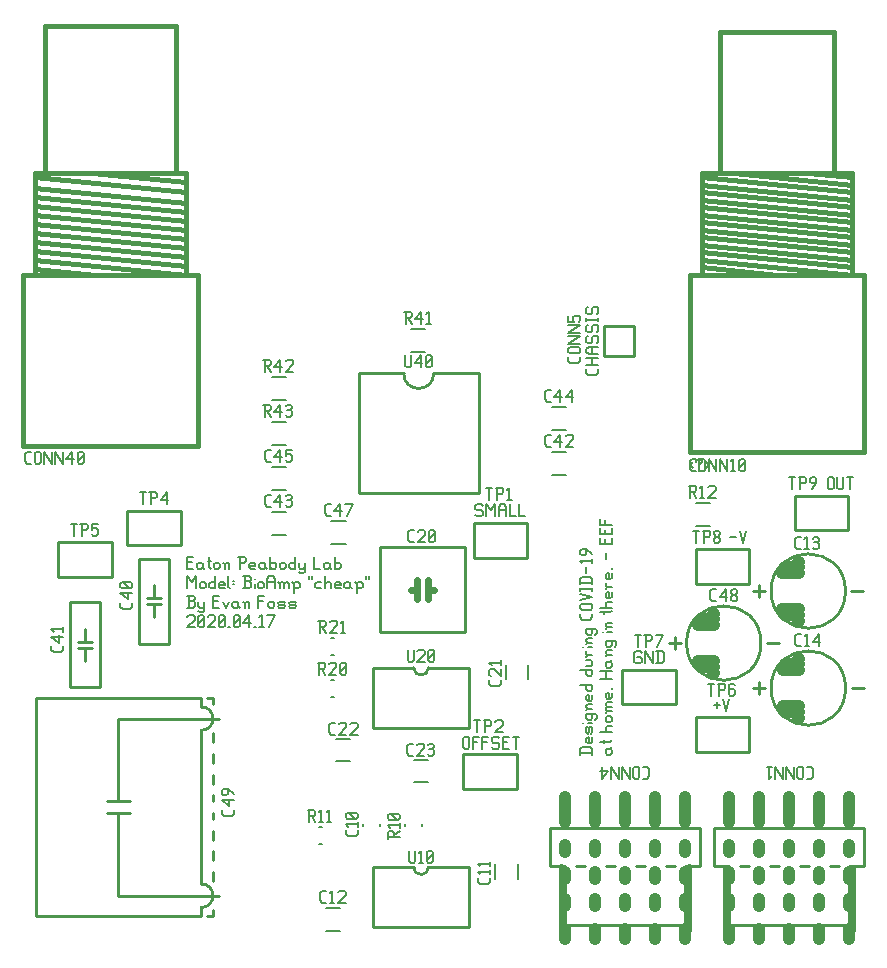
<source format=gto>
G04 start of page 2 for group 1 layer_idx 6 *
G04 Title: (unknown), top_silk *
G04 Creator: pcb-rnd 2.2.1 *
G04 CreationDate: 2020-05-28 20:16:37 UTC *
G04 For:  *
G04 Format: Gerber/RS-274X *
G04 PCB-Dimensions: 500000 500000 *
G04 PCB-Coordinate-Origin: lower left *
%MOIN*%
%FSLAX25Y25*%
%LNTOP_SILK_NONE_1*%
%ADD61C,0.0070*%
%ADD60C,0.0400*%
%ADD59C,0.0150*%
%ADD58C,0.0394*%
%ADD57C,0.0217*%
%ADD56C,0.0100*%
%ADD55C,0.0080*%
G54D55*X213638Y384240D02*X218362D01*
X213638Y376760D02*X218362D01*
G54D56*X196233Y369533D02*Y329533D01*
Y369533D02*X211233D01*
X201000Y205000D02*Y185000D01*
X233000D02*X201000D01*
X233000D02*Y205000D01*
X201000D02*X214500D01*
X219500D02*X233000D01*
G54D55*X241760Y201138D02*Y205862D01*
X245260Y267638D02*Y272362D01*
X249240Y201138D02*Y205862D01*
G54D56*X231063Y242787D02*X248976D01*
Y231173D01*
X231063D01*
Y242787D01*
G54D55*X197745Y218607D02*Y219393D01*
G54D56*X201000Y271500D02*Y251500D01*
G54D55*X214638Y240740D02*X219362D01*
X214638Y233260D02*X219362D01*
G54D56*X233000Y251500D02*X201000D01*
X233000D02*Y271500D01*
X201000D02*X214500D01*
X219500D02*X233000D01*
G54D55*X203255Y218607D02*Y219393D01*
X211745Y218607D02*Y219393D01*
X217255Y218607D02*Y219393D01*
G54D56*X203327Y311673D02*X231673D01*
Y283327D01*
X203327D01*
Y311673D01*
G54D57*X213563Y297500D02*X215531D01*
X219469D02*X221437D01*
X219469Y300650D02*Y294350D01*
X215531Y300650D02*Y294350D01*
G54D56*X236233Y329533D02*X196233D01*
X236233D02*Y369533D01*
X221233D02*X236233D01*
X234563Y319787D02*X252476D01*
Y308173D01*
X234563D01*
Y319787D01*
G54D55*X167233Y353240D02*X171957D01*
X260543Y350760D02*X265267D01*
X260543Y343240D02*X265267D01*
X260543Y335760D02*X265267D01*
X308543Y326240D02*X313267D01*
X308543Y318760D02*X313267D01*
G54D56*X284044Y270807D02*X301956D01*
Y259193D01*
X284044D01*
Y270807D01*
X299500Y279650D02*X303500D01*
G54D58*X314801Y271776D02*X311057D01*
X314801Y269807D02*X314441D01*
G54D56*X329700Y266650D02*Y262650D01*
X308524Y254957D02*X326436D01*
X332303Y279650D02*X336303D01*
X327700Y264650D02*X331700D01*
G54D58*X343001Y270556D02*X337500D01*
X343001Y272524D02*X339257D01*
X343001Y274493D02*X342641D01*
X343001Y258744D02*X337500D01*
X343001Y256776D02*X339257D01*
X343001Y254807D02*X342641D01*
G54D56*X301500Y281650D02*Y277650D01*
G54D58*X314801Y273744D02*X309300D01*
X314801Y285556D02*X309300D01*
X314801Y287524D02*X311057D01*
X314801Y289493D02*X314441D01*
X342978Y291094D02*X337478D01*
X342978Y289126D02*X339234D01*
X342978Y287157D02*X342618D01*
G54D55*X252740Y267638D02*Y272362D01*
G54D56*X341544Y328807D02*X359456D01*
X341544Y317193D02*Y328807D01*
G54D59*X306500Y343500D02*X364500D01*
G54D56*X359456Y328807D02*Y317193D01*
X360503Y264650D02*X364503D01*
X360480Y297000D02*X364480D01*
X308524Y310957D02*X326436D01*
Y299343D02*X308524D01*
Y310957D01*
X326436D02*Y299343D01*
X327677Y297000D02*X331677D01*
X329677Y299000D02*Y295000D01*
X359456Y317193D02*X341544D01*
G54D58*X342978Y302906D02*X337478D01*
X342978Y304874D02*X339234D01*
X342978Y306843D02*X342618D01*
G54D56*X326436Y254957D02*Y243343D01*
G54D60*X349674Y219930D02*Y228430D01*
X329674Y210030D02*Y212230D01*
Y219930D02*Y228430D01*
X349674Y210030D02*Y212230D01*
X359674Y219930D02*Y228430D01*
X339674Y210030D02*Y212230D01*
Y219930D02*Y228430D01*
G54D56*X364674Y217930D02*Y205430D01*
X353174D02*X356174D01*
G54D60*X359674Y210030D02*Y212230D01*
G54D56*X364674Y217930D02*X314674D01*
X333174Y205430D02*X336174D01*
X343174D02*X346174D01*
G54D60*X349674Y201030D02*Y203230D01*
X359674Y201030D02*Y203230D01*
X339674Y192030D02*Y194230D01*
Y201030D02*Y203230D01*
G54D56*X364674Y205430D02*X359674D01*
G54D60*X349674Y192030D02*Y194230D01*
G54D56*X346174Y185730D02*X359674D01*
Y205430D02*Y185730D01*
G54D60*Y192030D02*Y194230D01*
X349674Y184230D02*Y181030D01*
X339674Y184230D02*Y181030D01*
X329674Y184230D02*Y181030D01*
G54D56*X319674Y185730D02*X359674D01*
G54D60*Y184230D02*Y181030D01*
G54D59*X360924Y184030D02*Y205130D01*
G54D56*X319674Y185730D02*Y205430D01*
X323174D02*X326174D01*
G54D60*X329674Y192030D02*Y194230D01*
Y201030D02*Y203230D01*
G54D56*X326436Y243343D02*X308524D01*
Y254957D01*
X310000Y218000D02*Y205500D01*
X305000D01*
X278500D02*X281500D01*
X288500D02*X291500D01*
G54D60*X285000Y201100D02*Y203300D01*
G54D56*X298500Y205500D02*X301500D01*
G54D60*X295000Y201100D02*Y203300D01*
X305000Y201100D02*Y203300D01*
X319674Y201030D02*Y203230D01*
G54D56*X305000Y205500D02*Y185800D01*
G54D60*X295000Y192100D02*Y194300D01*
X305000Y192100D02*Y194300D01*
G54D56*X291500Y185800D02*X305000D01*
G54D60*X285000Y192100D02*Y194300D01*
X295000Y184300D02*Y181100D01*
X285000Y184300D02*Y181100D01*
X275000Y184300D02*Y181100D01*
X265000Y184300D02*Y181100D01*
G54D56*Y185800D02*X305000D01*
G54D60*Y184300D02*Y181100D01*
X319674Y192030D02*Y194230D01*
Y184230D02*Y181030D01*
G54D59*X318424Y183730D02*Y205130D01*
X306250Y184100D02*Y205200D01*
G54D56*X265000Y185800D02*Y205500D01*
X268500D02*X271500D01*
G54D60*X265000Y201100D02*Y203300D01*
X275000Y201100D02*Y203300D01*
G54D59*X263750Y183800D02*Y205200D01*
G54D60*X275000Y192100D02*Y194300D01*
X265000Y192100D02*Y194300D01*
X305000Y210100D02*Y212300D01*
G54D56*X260000Y205500D02*Y218000D01*
Y205500D02*X265000D01*
G54D60*Y210100D02*Y212300D01*
X295000Y210100D02*Y212300D01*
X285000Y210100D02*Y212300D01*
X275000Y210100D02*Y212300D01*
G54D56*X310000Y218000D02*X260000D01*
X314674Y205430D02*Y217930D01*
Y205430D02*X319674D01*
G54D60*Y210030D02*Y212230D01*
X305000Y220000D02*Y228500D01*
X319674Y219930D02*Y228430D01*
X295000Y220000D02*Y228500D01*
X285000Y220000D02*Y228500D01*
X275000Y220000D02*Y228500D01*
X265000Y220000D02*Y228500D01*
G54D55*X187107Y281255D02*X187893D01*
X187107Y275745D02*X187893D01*
X187107Y267255D02*X187893D01*
X187138Y320240D02*X191862D01*
X187138Y312760D02*X191862D01*
X188733Y247740D02*X193457D01*
X188733Y240260D02*X193457D01*
X187107Y261745D02*X187893D01*
X167233Y345760D02*X171957D01*
X167233Y338240D02*X171957D01*
X167233Y330760D02*X171957D01*
X167233Y323240D02*X171957D01*
X167233Y315760D02*X171957D01*
X183107Y218255D02*X183893D01*
X183107Y212745D02*X183893D01*
X185233Y191240D02*X189957D01*
X185233Y183760D02*X189957D01*
G54D56*X96044Y313307D02*X113956D01*
Y301693D01*
X96044D01*
Y313307D01*
X100079Y293331D02*X109921D01*
X119044Y323807D02*X136956D01*
X119044Y312193D02*Y323807D01*
X123079Y279484D02*Y307831D01*
X128000Y288343D02*Y292673D01*
X125638D02*X130362D01*
X128000Y294642D02*Y298972D01*
X125638Y294642D02*X130362D01*
X123079Y307831D02*X132921D01*
Y279484D01*
X123079D01*
G54D59*X88240Y436500D02*Y402500D01*
Y436500D02*X138740D01*
X88240Y435000D02*X138740Y430000D01*
Y433500D02*X107440Y436500D01*
X88240Y413500D02*X138740Y408500D01*
X88240Y410500D02*X138740Y405500D01*
X88240Y407500D02*X138740Y402500D01*
X88240Y404500D02*X108440Y402500D01*
X88240Y422500D02*X138740Y417500D01*
X88240Y419500D02*X138740Y414500D01*
X88240Y416500D02*X138740Y411500D01*
Y436500D02*Y402500D01*
X88240Y431500D02*X138740Y426500D01*
X88240Y428500D02*X138740Y423500D01*
X88240Y425500D02*X138740Y420500D01*
X84440Y402500D02*X142540D01*
X84440D02*Y345500D01*
X142540Y402500D02*Y345500D01*
X84440D01*
G54D55*X167233Y368240D02*X171957D01*
G54D56*X136956Y323807D02*Y312193D01*
X119044D01*
G54D59*X91690Y485500D02*Y436500D01*
Y485500D02*X135290D01*
Y436500D01*
G54D56*X100079Y264984D02*Y293331D01*
X109921D02*Y264984D01*
X105000Y273843D02*Y278173D01*
X102638D02*X107362D01*
X105000Y280142D02*Y284472D01*
X102638Y280142D02*X107362D01*
X88571Y188555D02*Y261390D01*
X109921Y264984D02*X100079D01*
X88571Y261390D02*X143689D01*
Y258437D01*
X145657Y261390D02*X147626D01*
Y259421D02*Y261390D01*
X149594Y254500D02*X116130D01*
Y226941D02*Y254500D01*
X143689Y188555D02*X88571D01*
X112193Y223004D02*X120067D01*
X112193Y226941D02*X120067D01*
X149594Y195445D02*X116130D01*
Y223004D02*Y195445D01*
X145657Y188555D02*X147626D01*
Y190524D01*
Y246626D02*Y249579D01*
Y239736D02*Y242689D01*
Y232846D02*Y235799D01*
X143689Y250563D02*Y199382D01*
X147626Y221035D02*Y223004D01*
Y226941D02*Y228909D01*
Y200366D02*Y203319D01*
X143689Y188555D02*Y191508D01*
X147626Y207256D02*Y210209D01*
Y214146D02*Y217098D01*
G54D55*X167233Y360760D02*X171957D01*
X260543Y358240D02*X265267D01*
G54D56*X278000Y375500D02*Y385500D01*
Y375500D02*X288000D01*
Y385500D02*Y375500D01*
Y385500D02*X278000D01*
X288000Y375500D02*Y385500D01*
X278000D02*X288000D01*
G54D59*X364500Y343500D02*Y402500D01*
X360500Y436400D02*Y402500D01*
X354500Y436400D02*Y483500D01*
X310500Y412500D02*X360500Y407500D01*
X310500Y415000D02*X360500Y410000D01*
X310500Y417500D02*X360500Y412500D01*
X310500Y420000D02*X360500Y415000D01*
X364500Y402500D02*X306500D01*
X310500Y407500D02*X360500Y402500D01*
X310500Y410000D02*X360500Y405000D01*
X310500D02*X335500Y402500D01*
X310500Y422500D02*X360500Y417500D01*
X310500Y425000D02*X360500Y420000D01*
X310500Y427500D02*X360500Y422500D01*
X310500Y430000D02*X360500Y425000D01*
X310500Y432500D02*X360500Y427500D01*
X310500Y435000D02*X360500Y430000D01*
X310500Y436400D02*X360500D01*
X321400D02*X360500Y432500D01*
X346000Y436400D02*X360500Y435000D01*
X306500Y402500D02*Y343500D01*
X310500Y402500D02*Y436400D01*
X354500Y483500D02*X316500D01*
Y436400D01*
G54D56*X211233Y369533D02*G75*G03X221233Y369533I5000J0D01*G01*
X214500Y271500D02*G75*G03X219500Y271500I2500J0D01*G01*
X305500Y279650D02*G75*G03X330303Y279650I12402J0D01*G01*
G75*G03X305500Y279650I-12402J0D01*G01*
X214500Y205000D02*G75*G03X219500Y205000I2500J0D01*G01*
X333700Y264650D02*G75*G03X358503Y264650I12402J0D01*G01*
G75*G03X333700Y264650I-12402J0D01*G01*
X333677Y297000D02*G75*G03X358480Y297000I12402J0D01*G01*
G75*G03X333677Y297000I-12402J0D01*G01*
X143689Y199382D02*G75*G02X143689Y191508I0J-3937D01*G01*
Y258437D02*G75*G02X143689Y250563I0J-3937D01*G01*
G54D61*X276000Y369700D02*Y371000D01*
X275300Y369000D02*X276000Y369700D01*
X272700Y369000D02*X275300D01*
X272700D02*X272000Y369700D01*
Y371000D01*
Y372200D02*X276000D01*
X272000Y374700D02*X276000D01*
X274000Y372200D02*Y374700D01*
X273000Y375900D02*X276000D01*
X273000D02*X272000Y376600D01*
Y377700D01*
X273000Y378400D01*
X276000D01*
X274000Y375900D02*Y378400D01*
X272000Y381600D02*X272500Y382100D01*
X272000Y380100D02*Y381600D01*
X272500Y379600D02*X272000Y380100D01*
X272500Y379600D02*X273500D01*
X274000Y380100D01*
Y381600D01*
X274500Y382100D01*
X275500D01*
X276000Y381600D02*X275500Y382100D01*
X276000Y380100D02*Y381600D01*
X275500Y379600D02*X276000Y380100D01*
X272000Y385300D02*X272500Y385800D01*
X272000Y383800D02*Y385300D01*
X272500Y383300D02*X272000Y383800D01*
X272500Y383300D02*X273500D01*
X274000Y383800D01*
Y385300D01*
X274500Y385800D01*
X275500D01*
X276000Y385300D02*X275500Y385800D01*
X276000Y383800D02*Y385300D01*
X275500Y383300D02*X276000Y383800D01*
X272000Y387000D02*Y388000D01*
Y387500D02*X276000D01*
Y387000D02*Y388000D01*
X272000Y391200D02*X272500Y391700D01*
X272000Y389700D02*Y391200D01*
X272500Y389200D02*X272000Y389700D01*
X272500Y389200D02*X273500D01*
X274000Y389700D01*
Y391200D01*
X274500Y391700D01*
X275500D01*
X276000Y391200D02*X275500Y391700D01*
X276000Y389700D02*Y391200D01*
X275500Y389200D02*X276000Y389700D01*
X211350Y390150D02*X213350D01*
X213850Y389650D01*
Y388650D01*
X213350Y388150D02*X213850Y388650D01*
X211850Y388150D02*X213350D01*
X211850Y390150D02*Y386150D01*
X212650Y388150D02*X213850Y386150D01*
X215050Y387650D02*X217050Y390150D01*
X215050Y387650D02*X217550D01*
X217050Y390150D02*Y386150D01*
X218750Y389350D02*X219550Y390150D01*
Y386150D01*
X218750D02*X220250D01*
X211733Y375533D02*Y372033D01*
X212233Y371533D01*
X213233D01*
X213733Y372033D01*
Y375533D02*Y372033D01*
X214933Y373033D02*X216933Y375533D01*
X214933Y373033D02*X217433D01*
X216933Y375533D02*Y371533D01*
X218633Y372033D02*X219133Y371533D01*
X218633Y375033D02*Y372033D01*
Y375033D02*X219133Y375533D01*
X220133D01*
X220633Y375033D01*
Y372033D01*
X220133Y371533D02*X220633Y372033D01*
X219133Y371533D02*X220133D01*
X218633Y372533D02*X220633Y374533D01*
X258955Y360150D02*X260255D01*
X258255Y360850D02*X258955Y360150D01*
X258255Y363450D02*Y360850D01*
Y363450D02*X258955Y364150D01*
X260255D01*
X261455Y361650D02*X263455Y364150D01*
X261455Y361650D02*X263955D01*
X263455Y364150D02*Y360150D01*
X265155Y361650D02*X267155Y364150D01*
X265155Y361650D02*X267655D01*
X267155Y364150D02*Y360150D01*
X270000Y373700D02*Y375000D01*
X269300Y373000D02*X270000Y373700D01*
X266700Y373000D02*X269300D01*
X266700D02*X266000Y373700D01*
Y375000D01*
X266500Y376200D02*X269500D01*
X266500D02*X266000Y376700D01*
Y377700D01*
X266500Y378200D01*
X269500D01*
X270000Y377700D02*X269500Y378200D01*
X270000Y376700D02*Y377700D01*
X269500Y376200D02*X270000Y376700D01*
X266000Y379400D02*X270000D01*
X266000D02*X270000Y381900D01*
X266000D02*X270000D01*
X266000Y383100D02*X270000D01*
X266000D02*X270000Y385600D01*
X266000D02*X270000D01*
X266000Y386800D02*Y388800D01*
Y386800D02*X268000D01*
X267500Y387300D01*
Y388300D01*
X268000Y388800D01*
X269500D01*
X270000Y388300D02*X269500Y388800D01*
X270000Y387300D02*Y388300D01*
X269500Y386800D02*X270000Y387300D01*
X237000Y326000D02*X237500Y325500D01*
X235500Y326000D02*X237000D01*
X235000Y325500D02*X235500Y326000D01*
X235000Y325500D02*Y324500D01*
X235500Y324000D01*
X237000D01*
X237500Y323500D01*
Y322500D01*
X237000Y322000D02*X237500Y322500D01*
X235500Y322000D02*X237000D01*
X235000Y322500D02*X235500Y322000D01*
X238700Y326000D02*Y322000D01*
Y326000D02*X240200Y324000D01*
X241700Y326000D01*
Y322000D01*
X242900Y325000D02*Y322000D01*
Y325000D02*X243600Y326000D01*
X244700D01*
X245400Y325000D01*
Y322000D01*
X242900Y324000D02*X245400D01*
X246600Y326000D02*Y322000D01*
X248600D01*
X249800Y326000D02*Y322000D01*
X251800D01*
X238776Y331492D02*X240776D01*
X239776D02*Y327492D01*
X242476Y331492D02*Y327492D01*
X241976Y331492D02*X243976D01*
X244476Y330992D01*
Y329992D01*
X243976Y329492D02*X244476Y329992D01*
X242476Y329492D02*X243976D01*
X245676Y330692D02*X246476Y331492D01*
Y327492D01*
X245676D02*X247176D01*
X258955Y345150D02*X260255D01*
X258255Y345850D02*X258955Y345150D01*
X258255Y348450D02*Y345850D01*
Y348450D02*X258955Y349150D01*
X260255D01*
X261455Y346650D02*X263455Y349150D01*
X261455Y346650D02*X263955D01*
X263455Y349150D02*Y345150D01*
X265155Y348650D02*X265655Y349150D01*
X267155D01*
X267655Y348650D01*
Y347650D01*
X265155Y345150D02*X267655Y347650D01*
X265155Y345150D02*X267655D01*
X213444Y313260D02*X214744D01*
X212744Y313960D02*X213444Y313260D01*
X212744Y316560D02*Y313960D01*
Y316560D02*X213444Y317260D01*
X214744D01*
X215944Y316760D02*X216444Y317260D01*
X217944D01*
X218444Y316760D01*
Y315760D01*
X215944Y313260D02*X218444Y315760D01*
X215944Y313260D02*X218444D01*
X219644Y313760D02*X220144Y313260D01*
X219644Y316760D02*Y313760D01*
Y316760D02*X220144Y317260D01*
X221144D01*
X221644Y316760D01*
Y313760D01*
X221144Y313260D02*X221644Y313760D01*
X220144Y313260D02*X221144D01*
X219644Y314260D02*X221644Y316260D01*
X306500Y339000D02*X307500Y340000D01*
X306500Y339000D02*X307500Y338000D01*
X309700Y339000D02*Y338500D01*
Y337500D02*Y337000D01*
X308700Y340500D02*Y340000D01*
Y340500D02*X309200Y341000D01*
X310200D01*
X310700Y340500D01*
Y340000D01*
X309700Y339000D02*X310700Y340000D01*
X311900D02*X312900Y339000D01*
X311900Y338000D02*X312900Y339000D01*
X306255Y332150D02*X308255D01*
X308755Y331650D01*
Y330650D01*
X308255Y330150D02*X308755Y330650D01*
X306755Y330150D02*X308255D01*
X306755Y332150D02*Y328150D01*
X307555Y330150D02*X308755Y328150D01*
X309955Y331350D02*X310755Y332150D01*
Y328150D01*
X309955D02*X311455D01*
X312655Y331650D02*X313155Y332150D01*
X314655D01*
X315155Y331650D01*
Y330650D01*
X312655Y328150D02*X315155Y330650D01*
X312655Y328150D02*X315155D01*
X307736Y317162D02*X309736D01*
X308736D02*Y313162D01*
X311437Y317162D02*Y313162D01*
X310937Y317162D02*X312937D01*
X313437Y316662D01*
Y315662D01*
X312937Y315162D02*X313437Y315662D01*
X311437Y315162D02*X312937D01*
X314637Y313662D02*X315137Y313162D01*
X314637Y314462D02*Y313662D01*
Y314462D02*X315337Y315162D01*
X315937D01*
X316637Y314462D01*
Y313662D01*
X316137Y313162D02*X316637Y313662D01*
X315137Y313162D02*X316137D01*
X314637Y315862D02*X315337Y315162D01*
X314637Y316662D02*Y315862D01*
Y316662D02*X315137Y317162D01*
X316137D01*
X316637Y316662D01*
Y315862D01*
X315937Y315162D02*X316637Y315862D01*
X352500Y334500D02*Y331500D01*
Y334500D02*X353000Y335000D01*
X354000D01*
X354500Y334500D01*
Y331500D01*
X354000Y331000D02*X354500Y331500D01*
X353000Y331000D02*X354000D01*
X352500Y331500D02*X353000Y331000D01*
X355700Y335000D02*Y331500D01*
X356200Y331000D01*
X357200D01*
X357700Y331500D01*
Y335000D02*Y331500D01*
X358900Y335000D02*X360900D01*
X359900D02*Y331000D01*
X320000Y315000D02*X322000D01*
X323200Y317000D02*X324200Y313000D01*
X325200Y317000D01*
X339756Y335012D02*X341756D01*
X340756D02*Y331012D01*
X343457Y335012D02*Y331012D01*
X342957Y335012D02*X344957D01*
X345457Y334512D01*
Y333512D01*
X344957Y333012D02*X345457Y333512D01*
X343457Y333012D02*X344957D01*
X347157Y331012D02*X348657Y333012D01*
Y334512D02*Y333012D01*
X348157Y335012D02*X348657Y334512D01*
X347157Y335012D02*X348157D01*
X346657Y334512D02*X347157Y335012D01*
X346657Y334512D02*Y333512D01*
X347157Y333012D01*
X348657D01*
X342310Y311000D02*X343610D01*
X341610Y311700D02*X342310Y311000D01*
X341610Y314300D02*Y311700D01*
Y314300D02*X342310Y315000D01*
X343610D01*
X344810Y314200D02*X345610Y315000D01*
Y311000D01*
X344810D02*X346310D01*
X347510Y314500D02*X348010Y315000D01*
X349010D01*
X349510Y314500D01*
X349010Y311000D02*X349510Y311500D01*
X348010Y311000D02*X349010D01*
X347510Y311500D02*X348010Y311000D01*
Y313200D02*X349010D01*
X349510Y314500D02*Y313700D01*
Y312700D02*Y311500D01*
Y312700D02*X349010Y313200D01*
X349510Y313700D02*X349010Y313200D01*
X307200Y337000D02*X308500D01*
X306500Y337700D02*X307200Y337000D01*
X306500Y340300D02*Y337700D01*
Y340300D02*X307200Y341000D01*
X308500D01*
X309700Y340500D02*Y337500D01*
Y340500D02*X310200Y341000D01*
X311200D01*
X311700Y340500D01*
Y337500D01*
X311200Y337000D02*X311700Y337500D01*
X310200Y337000D02*X311200D01*
X309700Y337500D02*X310200Y337000D01*
X312900Y341000D02*Y337000D01*
Y341000D02*X315400Y337000D01*
Y341000D02*Y337000D01*
X316600Y341000D02*Y337000D01*
Y341000D02*X319100Y337000D01*
Y341000D02*Y337000D01*
X320300Y340200D02*X321100Y341000D01*
Y337000D01*
X320300D02*X321800D01*
X323000Y337500D02*X323500Y337000D01*
X323000Y340500D02*Y337500D01*
Y340500D02*X323500Y341000D01*
X324500D01*
X325000Y340500D01*
Y337500D01*
X324500Y337000D02*X325000Y337500D01*
X323500Y337000D02*X324500D01*
X323000Y338000D02*X325000Y340000D01*
X288256Y282512D02*X290256D01*
X289256D02*Y278512D01*
X291957Y282512D02*Y278512D01*
X291457Y282512D02*X293457D01*
X293957Y282012D01*
Y281012D01*
X293457Y280512D02*X293957Y281012D01*
X291957Y280512D02*X293457D01*
X295657Y278512D02*X297657Y282512D01*
X295157D02*X297657D01*
X243778Y266149D02*Y267449D01*
X243078Y265449D02*X243778Y266149D01*
X240478Y265449D02*X243078D01*
X240478D02*X239778Y266149D01*
Y267449D01*
X240278Y268649D02*X239778Y269149D01*
Y270649D01*
X240278Y271149D01*
X241278D01*
X243778Y268649D02*X241278Y271149D01*
X243778Y268649D02*Y271149D01*
X240578Y272349D02*X239778Y273149D01*
X243778D01*
Y272349D02*Y273849D01*
X290000Y277000D02*X290500Y276500D01*
X288500Y277000D02*X290000D01*
X288000Y276500D02*X288500Y277000D01*
X288000Y276500D02*Y273500D01*
X288500Y273000D01*
X290000D01*
X290500Y273500D01*
Y274500D02*Y273500D01*
X290000Y275000D02*X290500Y274500D01*
X289000Y275000D02*X290000D01*
X291700Y277000D02*Y273000D01*
Y277000D02*X294200Y273000D01*
Y277000D02*Y273000D01*
X295900Y277000D02*Y273000D01*
X297200Y277000D02*X297900Y276300D01*
Y273700D01*
X297200Y273000D02*X297900Y273700D01*
X295400Y273000D02*X297200D01*
X295400Y277000D02*X297200D01*
X231000Y248000D02*Y245000D01*
Y248000D02*X231500Y248500D01*
X232500D01*
X233000Y248000D01*
Y245000D01*
X232500Y244500D02*X233000Y245000D01*
X231500Y244500D02*X232500D01*
X231000Y245000D02*X231500Y244500D01*
X234200Y248500D02*Y244500D01*
Y248500D02*X236200D01*
X234200Y246700D02*X235700D01*
X237400Y248500D02*Y244500D01*
Y248500D02*X239400D01*
X237400Y246700D02*X238900D01*
X242600Y248500D02*X243100Y248000D01*
X241100Y248500D02*X242600D01*
X240600Y248000D02*X241100Y248500D01*
X240600Y248000D02*Y247000D01*
X241100Y246500D01*
X242600D01*
X243100Y246000D01*
Y245000D01*
X242600Y244500D02*X243100Y245000D01*
X241100Y244500D02*X242600D01*
X240600Y245000D02*X241100Y244500D01*
X244300Y246700D02*X245800D01*
X244300Y244500D02*X246300D01*
X244300Y248500D02*Y244500D01*
Y248500D02*X246300D01*
X247500D02*X249500D01*
X248500D02*Y244500D01*
X270000Y243000D02*X274000D01*
X270000Y244300D02*X270700Y245000D01*
X273300D01*
X274000Y244300D02*X273300Y245000D01*
X274000Y242500D02*Y244300D01*
X270000Y242500D02*Y244300D01*
X274000Y246700D02*Y248200D01*
X273500Y246200D02*X274000Y246700D01*
X272500Y246200D02*X273500D01*
X272500D02*X272000Y246700D01*
Y247700D01*
X272500Y248200D01*
X273000Y246200D02*Y248200D01*
X272500D01*
X274000Y249900D02*Y251400D01*
X273500Y251900D01*
X273000Y251400D02*X273500Y251900D01*
X273000Y249900D02*Y251400D01*
X272500Y249400D02*X273000Y249900D01*
X272500Y249400D02*X272000Y249900D01*
Y251400D01*
X272500Y251900D01*
X273500Y249400D02*X274000Y249900D01*
X271000Y253100D02*X271100D01*
X272500D02*X274000D01*
X272000Y255600D02*X272500Y256100D01*
X272000Y254600D02*Y255600D01*
X272500Y254100D02*X272000Y254600D01*
X272500Y254100D02*X273500D01*
X274000Y254600D01*
Y255600D01*
X273500Y256100D01*
X275000Y254100D02*X275500Y254600D01*
Y255600D01*
X275000Y256100D01*
X272000D02*X275000D01*
X272500Y257800D02*X274000D01*
X272500D02*X272000Y258300D01*
Y258800D01*
X272500Y259300D01*
X274000D01*
X272000Y257300D02*X272500Y257800D01*
X274000Y261000D02*Y262500D01*
X273500Y260500D02*X274000Y261000D01*
X272500Y260500D02*X273500D01*
X272500D02*X272000Y261000D01*
Y262000D01*
X272500Y262500D01*
X273000Y260500D02*Y262500D01*
X272500D01*
X270000Y265700D02*X274000D01*
Y265200D02*X273500Y265700D01*
X274000Y264200D02*Y265200D01*
X273500Y263700D02*X274000Y264200D01*
X272500Y263700D02*X273500D01*
X272500D02*X272000Y264200D01*
Y265200D01*
X272500Y265700D01*
X270000Y270700D02*X274000D01*
Y270200D02*X273500Y270700D01*
X274000Y269200D02*Y270200D01*
X273500Y268700D02*X274000Y269200D01*
X272500Y268700D02*X273500D01*
X272500D02*X272000Y269200D01*
Y270200D01*
X272500Y270700D01*
X272000Y271900D02*X273500D01*
X274000Y272400D01*
Y273400D01*
X273500Y273900D01*
X272000D02*X273500D01*
X272500Y275600D02*X274000D01*
X272500D02*X272000Y276100D01*
Y277100D01*
Y275100D02*X272500Y275600D01*
X271000Y278300D02*X271100D01*
X272500D02*X274000D01*
X272500Y279800D02*X274000D01*
X272500D02*X272000Y280300D01*
Y280800D01*
X272500Y281300D01*
X274000D01*
X272000Y279300D02*X272500Y279800D01*
X272000Y284000D02*X272500Y284500D01*
X272000Y283000D02*Y284000D01*
X272500Y282500D02*X272000Y283000D01*
X272500Y282500D02*X273500D01*
X274000Y283000D01*
Y284000D01*
X273500Y284500D01*
X275000Y282500D02*X275500Y283000D01*
Y284000D01*
X275000Y284500D01*
X272000D02*X275000D01*
X274000Y288200D02*Y289500D01*
X273300Y287500D02*X274000Y288200D01*
X270700Y287500D02*X273300D01*
X270700D02*X270000Y288200D01*
Y289500D01*
X270500Y290700D02*X273500D01*
X270500D02*X270000Y291200D01*
Y292200D01*
X270500Y292700D01*
X273500D01*
X274000Y292200D02*X273500Y292700D01*
X274000Y291200D02*Y292200D01*
X273500Y290700D02*X274000Y291200D01*
X270000Y293900D02*X274000Y294900D01*
X270000Y295900D01*
Y297100D02*Y298100D01*
Y297600D02*X274000D01*
Y297100D02*Y298100D01*
X270000Y299800D02*X274000D01*
X270000Y301100D02*X270700Y301800D01*
X273300D01*
X274000Y301100D02*X273300Y301800D01*
X274000Y299300D02*Y301100D01*
X270000Y299300D02*Y301100D01*
X272000Y303000D02*Y305000D01*
X270800Y306200D02*X270000Y307000D01*
X274000D01*
Y306200D02*Y307700D01*
Y309400D02*X272000Y310900D01*
X270500D02*X272000D01*
X270000Y310400D02*X270500Y310900D01*
X270000Y309400D02*Y310400D01*
X270500Y308900D02*X270000Y309400D01*
X270500Y308900D02*X271500D01*
X272000Y309400D01*
Y310900D01*
X278500Y244000D02*X279000Y244500D01*
X278500Y243000D02*Y244000D01*
X279000Y242500D02*X278500Y243000D01*
X279000Y242500D02*X280000D01*
X280500Y243000D01*
X278500Y244500D02*X280000D01*
X280500Y245000D01*
Y243000D02*Y244000D01*
X280000Y244500D01*
X276500Y246700D02*X280000D01*
X280500Y247200D01*
X278000Y246200D02*Y247200D01*
X276500Y250000D02*X280500D01*
X279000D02*X278500Y250500D01*
Y251500D01*
X279000Y252000D01*
X280500D01*
X279000Y253200D02*X280000D01*
X279000D02*X278500Y253700D01*
Y254700D01*
X279000Y255200D01*
X280000D01*
X280500Y254700D02*X280000Y255200D01*
X280500Y253700D02*Y254700D01*
X280000Y253200D02*X280500Y253700D01*
X279000Y256900D02*X280500D01*
X279000D02*X278500Y257400D01*
Y257900D01*
X279000Y258400D01*
X280500D01*
X279000D02*X278500Y258900D01*
Y259400D01*
X279000Y259900D01*
X280500D01*
X278500Y256400D02*X279000Y256900D01*
X280500Y261600D02*Y263100D01*
X280000Y261100D02*X280500Y261600D01*
X279000Y261100D02*X280000D01*
X279000D02*X278500Y261600D01*
Y262600D01*
X279000Y263100D01*
X279500Y261100D02*Y263100D01*
X279000D01*
X280500Y264300D02*Y264800D01*
X276500Y267800D02*X280500D01*
X276500Y270300D02*X280500D01*
X278500Y267800D02*Y270300D01*
Y273000D02*X279000Y273500D01*
X278500Y272000D02*Y273000D01*
X279000Y271500D02*X278500Y272000D01*
X279000Y271500D02*X280000D01*
X280500Y272000D01*
X278500Y273500D02*X280000D01*
X280500Y274000D01*
Y272000D02*Y273000D01*
X280000Y273500D01*
X279000Y275700D02*X280500D01*
X279000D02*X278500Y276200D01*
Y276700D01*
X279000Y277200D01*
X280500D01*
X278500Y275200D02*X279000Y275700D01*
X278500Y279900D02*X279000Y280400D01*
X278500Y278900D02*Y279900D01*
X279000Y278400D02*X278500Y278900D01*
X279000Y278400D02*X280000D01*
X280500Y278900D01*
Y279900D01*
X280000Y280400D01*
X281500Y278400D02*X282000Y278900D01*
Y279900D01*
X281500Y280400D01*
X278500D02*X281500D01*
X277500Y283400D02*X277600D01*
X279000D02*X280500D01*
X279000Y284900D02*X280500D01*
X279000D02*X278500Y285400D01*
Y285900D01*
X279000Y286400D01*
X280500D01*
X278500Y284400D02*X279000Y284900D01*
X276500Y289900D02*X280000D01*
X280500Y290400D01*
X278000Y289400D02*Y290400D01*
X276500Y291400D02*X280500D01*
X279000D02*X278500Y291900D01*
Y292900D01*
X279000Y293400D01*
X280500D01*
Y295100D02*Y296600D01*
X280000Y294600D02*X280500Y295100D01*
X279000Y294600D02*X280000D01*
X279000D02*X278500Y295100D01*
Y296100D01*
X279000Y296600D01*
X279500Y294600D02*Y296600D01*
X279000D01*
Y298300D02*X280500D01*
X279000D02*X278500Y298800D01*
Y299800D01*
Y297800D02*X279000Y298300D01*
X280500Y301500D02*Y303000D01*
X280000Y301000D02*X280500Y301500D01*
X279000Y301000D02*X280000D01*
X279000D02*X278500Y301500D01*
Y302500D01*
X279000Y303000D01*
X279500Y301000D02*Y303000D01*
X279000D01*
X280500Y304200D02*Y304700D01*
X278500Y307700D02*Y309700D01*
X278300Y312700D02*Y314200D01*
X280500Y312700D02*Y314700D01*
X276500Y312700D02*X280500D01*
X276500D02*Y314700D01*
X278300Y315900D02*Y317400D01*
X280500Y315900D02*Y317900D01*
X276500Y315900D02*X280500D01*
X276500D02*Y317900D01*
Y319100D02*X280500D01*
X276500D02*Y321100D01*
X278300Y319100D02*Y320600D01*
X234776Y253992D02*X236776D01*
X235776D02*Y249992D01*
X238476Y253992D02*Y249992D01*
X237976Y253992D02*X239976D01*
X240476Y253492D01*
Y252492D01*
X239976Y251992D02*X240476Y252492D01*
X238476Y251992D02*X239976D01*
X241676Y253492D02*X242176Y253992D01*
X243676D01*
X244176Y253492D01*
Y252492D01*
X241676Y249992D02*X244176Y252492D01*
X241676Y249992D02*X244176D01*
X292300Y238500D02*X291000D01*
X293000Y237800D02*X292300Y238500D01*
X293000Y235200D02*Y237800D01*
Y235200D02*X292300Y234500D01*
X291000D01*
X289800Y235000D02*Y238000D01*
Y235000D02*X289300Y234500D01*
X288300D01*
X287800Y235000D01*
Y238000D01*
X288300Y238500D02*X287800Y238000D01*
X289300Y238500D02*X288300D01*
X289800Y238000D02*X289300Y238500D01*
X286600Y234500D02*Y238500D01*
Y234500D02*X284100Y238500D01*
Y234500D02*Y238500D01*
X282900Y234500D02*Y238500D01*
Y234500D02*X280400Y238500D01*
Y234500D02*Y238500D01*
X279200Y237000D02*X277200Y234500D01*
X279200Y237000D02*X276700D01*
X277200Y234500D02*Y238500D01*
X314500Y259000D02*X316500D01*
X315500Y260000D02*Y258000D01*
X317700Y261000D02*X318700Y257000D01*
X319700Y261000D01*
X312736Y266162D02*X314736D01*
X313736D02*Y262162D01*
X316437Y266162D02*Y262162D01*
X315937Y266162D02*X317937D01*
X318437Y265662D01*
Y264662D01*
X317937Y264162D02*X318437Y264662D01*
X316437Y264162D02*X317937D01*
X321137Y266162D02*X321637Y265662D01*
X320137Y266162D02*X321137D01*
X319637Y265662D02*X320137Y266162D01*
X319637Y265662D02*Y262662D01*
X320137Y262162D01*
X321137Y264362D02*X321637Y263862D01*
X319637Y264362D02*X321137D01*
X320137Y262162D02*X321137D01*
X321637Y262662D01*
Y263862D02*Y262662D01*
X314133Y293650D02*X315433D01*
X313433Y294350D02*X314133Y293650D01*
X313433Y296950D02*Y294350D01*
Y296950D02*X314133Y297650D01*
X315433D01*
X316633Y295150D02*X318633Y297650D01*
X316633Y295150D02*X319133D01*
X318633Y297650D02*Y293650D01*
X320333Y294150D02*X320833Y293650D01*
X320333Y294950D02*Y294150D01*
Y294950D02*X321033Y295650D01*
X321633D01*
X322333Y294950D01*
Y294150D01*
X321833Y293650D02*X322333Y294150D01*
X320833Y293650D02*X321833D01*
X320333Y296350D02*X321033Y295650D01*
X320333Y297150D02*Y296350D01*
Y297150D02*X320833Y297650D01*
X321833D01*
X322333Y297150D01*
Y296350D01*
X321633Y295650D02*X322333Y296350D01*
X346974Y238430D02*X345674D01*
X347674Y237730D02*X346974Y238430D01*
X347674Y235130D02*Y237730D01*
Y235130D02*X346974Y234430D01*
X345674D01*
X344474Y234930D02*Y237930D01*
Y234930D02*X343974Y234430D01*
X342974D01*
X342474Y234930D01*
Y237930D01*
X342974Y238430D02*X342474Y237930D01*
X343974Y238430D02*X342974D01*
X344474Y237930D02*X343974Y238430D01*
X341274Y234430D02*Y238430D01*
Y234430D02*X338774Y238430D01*
Y234430D02*Y238430D01*
X337574Y234430D02*Y238430D01*
Y234430D02*X335074Y238430D01*
Y234430D02*Y238430D01*
X333874Y235230D02*X333074Y234430D01*
Y238430D01*
X333874D02*X332374D01*
X213000Y210500D02*Y207000D01*
X213500Y206500D01*
X214500D01*
X215000Y207000D01*
Y210500D02*Y207000D01*
X216200Y209700D02*X217000Y210500D01*
Y206500D01*
X216200D02*X217700D01*
X218900Y207000D02*X219400Y206500D01*
X218900Y210000D02*Y207000D01*
Y210000D02*X219400Y210500D01*
X220400D01*
X220900Y210000D01*
Y207000D01*
X220400Y206500D02*X220900Y207000D01*
X219400Y206500D02*X220400D01*
X218900Y207500D02*X220900Y209500D01*
X213050Y242150D02*X214350D01*
X212350Y242850D02*X213050Y242150D01*
X212350Y245450D02*Y242850D01*
Y245450D02*X213050Y246150D01*
X214350D01*
X215550Y245650D02*X216050Y246150D01*
X217550D01*
X218050Y245650D01*
Y244650D01*
X215550Y242150D02*X218050Y244650D01*
X215550Y242150D02*X218050D01*
X219250Y245650D02*X219750Y246150D01*
X220750D01*
X221250Y245650D01*
X220750Y242150D02*X221250Y242650D01*
X219750Y242150D02*X220750D01*
X219250Y242650D02*X219750Y242150D01*
Y244350D02*X220750D01*
X221250Y245650D02*Y244850D01*
Y243850D02*Y242650D01*
Y243850D02*X220750Y244350D01*
X221250Y244850D02*X220750Y244350D01*
X212500Y277500D02*Y274000D01*
X213000Y273500D01*
X214000D01*
X214500Y274000D01*
Y277500D02*Y274000D01*
X215700Y277000D02*X216200Y277500D01*
X217700D01*
X218200Y277000D01*
Y276000D01*
X215700Y273500D02*X218200Y276000D01*
X215700Y273500D02*X218200D01*
X219400Y274000D02*X219900Y273500D01*
X219400Y277000D02*Y274000D01*
Y277000D02*X219900Y277500D01*
X220900D01*
X221400Y277000D01*
Y274000D01*
X220900Y273500D02*X221400Y274000D01*
X219900Y273500D02*X220900D01*
X219400Y274500D02*X221400Y276500D01*
X239850Y200050D02*Y201350D01*
X239150Y199350D02*X239850Y200050D01*
X236550Y199350D02*X239150D01*
X236550D02*X235850Y200050D01*
Y201350D01*
X236650Y202550D02*X235850Y203350D01*
X239850D01*
Y202550D02*Y204050D01*
X236650Y205250D02*X235850Y206050D01*
X239850D01*
Y205250D02*Y206750D01*
X182795Y287129D02*X184795D01*
X185295Y286629D01*
Y285629D01*
X184795Y285129D02*X185295Y285629D01*
X183295Y285129D02*X184795D01*
X183295Y287129D02*Y283129D01*
X184095Y285129D02*X185295Y283129D01*
X186495Y286629D02*X186995Y287129D01*
X188495D01*
X188995Y286629D01*
Y285629D01*
X186495Y283129D02*X188995Y285629D01*
X186495Y283129D02*X188995D01*
X190195Y286329D02*X190995Y287129D01*
Y283129D01*
X190195D02*X191695D01*
X187145Y249150D02*X188445D01*
X186445Y249850D02*X187145Y249150D01*
X186445Y252450D02*Y249850D01*
Y252450D02*X187145Y253150D01*
X188445D01*
X189645Y252650D02*X190145Y253150D01*
X191645D01*
X192145Y252650D01*
Y251650D01*
X189645Y249150D02*X192145Y251650D01*
X189645Y249150D02*X192145D01*
X193345Y252650D02*X193845Y253150D01*
X195345D01*
X195845Y252650D01*
Y251650D01*
X193345Y249150D02*X195845Y251650D01*
X193345Y249150D02*X195845D01*
X182611Y273056D02*X184611D01*
X185111Y272556D01*
Y271556D01*
X184611Y271056D02*X185111Y271556D01*
X183111Y271056D02*X184611D01*
X183111Y273056D02*Y269056D01*
X183911Y271056D02*X185111Y269056D01*
X186311Y272556D02*X186811Y273056D01*
X188311D01*
X188811Y272556D01*
Y271556D01*
X186311Y269056D02*X188811Y271556D01*
X186311Y269056D02*X188811D01*
X190011Y269556D02*X190511Y269056D01*
X190011Y272556D02*Y269556D01*
Y272556D02*X190511Y273056D01*
X191511D01*
X192011Y272556D01*
Y269556D01*
X191511Y269056D02*X192011Y269556D01*
X190511Y269056D02*X191511D01*
X190011Y270056D02*X192011Y272056D01*
X185550Y322150D02*X186850D01*
X184850Y322850D02*X185550Y322150D01*
X184850Y325450D02*Y322850D01*
Y325450D02*X185550Y326150D01*
X186850D01*
X188050Y323650D02*X190050Y326150D01*
X188050Y323650D02*X190550D01*
X190050Y326150D02*Y322150D01*
X192250D02*X194250Y326150D01*
X191750D02*X194250D01*
X195934Y215897D02*Y217197D01*
X195234Y215197D02*X195934Y215897D01*
X192634Y215197D02*X195234D01*
X192634D02*X191934Y215897D01*
Y217197D01*
X192734Y218397D02*X191934Y219197D01*
X195934D01*
Y218397D02*Y219897D01*
X195434Y221097D02*X195934Y221597D01*
X192434Y221097D02*X195434D01*
X192434D02*X191934Y221597D01*
Y222597D01*
X192434Y223097D01*
X195434D01*
X195934Y222597D02*X195434Y223097D01*
X195934Y221597D02*Y222597D01*
X194934Y221097D02*X192934Y223097D01*
X179190Y223998D02*X181190D01*
X181690Y223498D01*
Y222498D01*
X181190Y221998D02*X181690Y222498D01*
X179690Y221998D02*X181190D01*
X179690Y223998D02*Y219998D01*
X180490Y221998D02*X181690Y219998D01*
X182890Y223198D02*X183690Y223998D01*
Y219998D01*
X182890D02*X184390D01*
X185590Y223198D02*X186390Y223998D01*
Y219998D01*
X185590D02*X187090D01*
X184145Y193150D02*X185445D01*
X183445Y193850D02*X184145Y193150D01*
X183445Y196450D02*Y193850D01*
Y196450D02*X184145Y197150D01*
X185445D01*
X186645Y196350D02*X187445Y197150D01*
Y193150D01*
X186645D02*X188145D01*
X189345Y196650D02*X189845Y197150D01*
X191345D01*
X191845Y196650D01*
Y195650D01*
X189345Y193150D02*X191845Y195650D01*
X189345Y193150D02*X191845D01*
X205850Y214350D02*Y216350D01*
X206350Y216850D01*
X207350D01*
X207850Y216350D02*X207350Y216850D01*
X207850Y214850D02*Y216350D01*
X205850Y214850D02*X209850D01*
X207850Y215650D02*X209850Y216850D01*
X206650Y218050D02*X205850Y218850D01*
X209850D01*
Y218050D02*Y219550D01*
X209350Y220750D02*X209850Y221250D01*
X206350Y220750D02*X209350D01*
X206350D02*X205850Y221250D01*
Y222250D01*
X206350Y222750D01*
X209350D01*
X209850Y222250D02*X209350Y222750D01*
X209850Y221250D02*Y222250D01*
X208850Y220750D02*X206850Y222750D01*
X139000Y306700D02*X140500D01*
X139000Y304500D02*X141000D01*
X139000Y308500D02*Y304500D01*
Y308500D02*X141000D01*
X143700Y306500D02*X144200Y306000D01*
X142700Y306500D02*X143700D01*
X142200Y306000D02*X142700Y306500D01*
X142200Y306000D02*Y305000D01*
X142700Y304500D01*
X144200Y306500D02*Y305000D01*
X144700Y304500D01*
X142700D02*X143700D01*
X144200Y305000D01*
X146400Y308500D02*Y305000D01*
X146900Y304500D01*
X145900Y307000D02*X146900D01*
X147900Y306000D02*Y305000D01*
Y306000D02*X148400Y306500D01*
X149400D01*
X149900Y306000D01*
Y305000D01*
X149400Y304500D02*X149900Y305000D01*
X148400Y304500D02*X149400D01*
X147900Y305000D02*X148400Y304500D01*
X151600Y306000D02*Y304500D01*
Y306000D02*X152100Y306500D01*
X152600D01*
X153100Y306000D01*
Y304500D01*
X151100Y306500D02*X151600Y306000D01*
X156600Y308500D02*Y304500D01*
X156100Y308500D02*X158100D01*
X158600Y308000D01*
Y307000D01*
X158100Y306500D02*X158600Y307000D01*
X156600Y306500D02*X158100D01*
X160300Y304500D02*X161800D01*
X159800Y305000D02*X160300Y304500D01*
X159800Y306000D02*Y305000D01*
Y306000D02*X160300Y306500D01*
X161300D01*
X161800Y306000D01*
X159800Y305500D02*X161800D01*
Y306000D01*
X164500Y306500D02*X165000Y306000D01*
X163500Y306500D02*X164500D01*
X163000Y306000D02*X163500Y306500D01*
X163000Y306000D02*Y305000D01*
X163500Y304500D01*
X165000Y306500D02*Y305000D01*
X165500Y304500D01*
X163500D02*X164500D01*
X165000Y305000D01*
X166700Y308500D02*Y304500D01*
Y305000D02*X167200Y304500D01*
X168200D01*
X168700Y305000D01*
Y306000D02*Y305000D01*
X168200Y306500D02*X168700Y306000D01*
X167200Y306500D02*X168200D01*
X166700Y306000D02*X167200Y306500D01*
X169900Y306000D02*Y305000D01*
Y306000D02*X170400Y306500D01*
X171400D01*
X171900Y306000D01*
Y305000D01*
X171400Y304500D02*X171900Y305000D01*
X170400Y304500D02*X171400D01*
X169900Y305000D02*X170400Y304500D01*
X175100Y308500D02*Y304500D01*
X174600D02*X175100Y305000D01*
X173600Y304500D02*X174600D01*
X173100Y305000D02*X173600Y304500D01*
X173100Y306000D02*Y305000D01*
Y306000D02*X173600Y306500D01*
X174600D01*
X175100Y306000D01*
X176300Y306500D02*Y305000D01*
X176800Y304500D01*
X178300Y306500D02*Y303500D01*
X177800Y303000D02*X178300Y303500D01*
X176800Y303000D02*X177800D01*
X176300Y303500D02*X176800Y303000D01*
Y304500D02*X177800D01*
X178300Y305000D01*
X181300Y308500D02*Y304500D01*
X183300D01*
X186000Y306500D02*X186500Y306000D01*
X185000Y306500D02*X186000D01*
X184500Y306000D02*X185000Y306500D01*
X184500Y306000D02*Y305000D01*
X185000Y304500D01*
X186500Y306500D02*Y305000D01*
X187000Y304500D01*
X185000D02*X186000D01*
X186500Y305000D01*
X188200Y308500D02*Y304500D01*
Y305000D02*X188700Y304500D01*
X189700D01*
X190200Y305000D01*
Y306000D02*Y305000D01*
X189700Y306500D02*X190200Y306000D01*
X188700Y306500D02*X189700D01*
X188200Y306000D02*X188700Y306500D01*
X100256Y319512D02*X102256D01*
X101256D02*Y315512D01*
X103957Y319512D02*Y315512D01*
X103457Y319512D02*X105457D01*
X105957Y319012D01*
Y318012D01*
X105457Y317512D02*X105957Y318012D01*
X103957Y317512D02*X105457D01*
X107157Y319512D02*X109157D01*
X107157D02*Y317512D01*
X107657Y318012D01*
X108657D01*
X109157Y317512D01*
Y316012D01*
X108657Y315512D02*X109157Y316012D01*
X107657Y315512D02*X108657D01*
X107157Y316012D02*X107657Y315512D01*
X85690Y339500D02*X86990D01*
X84990Y340200D02*X85690Y339500D01*
X84990Y342800D02*Y340200D01*
Y342800D02*X85690Y343500D01*
X86990D01*
X88190Y343000D02*Y340000D01*
Y343000D02*X88690Y343500D01*
X89690D01*
X90190Y343000D01*
Y340000D01*
X89690Y339500D02*X90190Y340000D01*
X88690Y339500D02*X89690D01*
X88190Y340000D02*X88690Y339500D01*
X91390Y343500D02*Y339500D01*
Y343500D02*X93890Y339500D01*
Y343500D02*Y339500D01*
X95090Y343500D02*Y339500D01*
Y343500D02*X97590Y339500D01*
Y343500D02*Y339500D01*
X98790Y341000D02*X100790Y343500D01*
X98790Y341000D02*X101290D01*
X100790Y343500D02*Y339500D01*
X102490Y340000D02*X102990Y339500D01*
X102490Y343000D02*Y340000D01*
Y343000D02*X102990Y343500D01*
X103990D01*
X104490Y343000D01*
Y340000D01*
X103990Y339500D02*X104490Y340000D01*
X102990Y339500D02*X103990D01*
X102490Y340500D02*X104490Y342500D01*
X164445Y359150D02*X166445D01*
X166945Y358650D01*
Y357650D01*
X166445Y357150D02*X166945Y357650D01*
X164945Y357150D02*X166445D01*
X164945Y359150D02*Y355150D01*
X165745Y357150D02*X166945Y355150D01*
X168145Y356650D02*X170145Y359150D01*
X168145Y356650D02*X170645D01*
X170145Y359150D02*Y355150D01*
X171845Y358650D02*X172345Y359150D01*
X173345D01*
X173845Y358650D01*
X173345Y355150D02*X173845Y355650D01*
X172345Y355150D02*X173345D01*
X171845Y355650D02*X172345Y355150D01*
Y357350D02*X173345D01*
X173845Y358650D02*Y357850D01*
Y356850D02*Y355650D01*
Y356850D02*X173345Y357350D01*
X173845Y357850D02*X173345Y357350D01*
X164445Y374150D02*X166445D01*
X166945Y373650D01*
Y372650D01*
X166445Y372150D02*X166945Y372650D01*
X164945Y372150D02*X166445D01*
X164945Y374150D02*Y370150D01*
X165745Y372150D02*X166945Y370150D01*
X168145Y371650D02*X170145Y374150D01*
X168145Y371650D02*X170645D01*
X170145Y374150D02*Y370150D01*
X171845Y373650D02*X172345Y374150D01*
X173845D01*
X174345Y373650D01*
Y372650D01*
X171845Y370150D02*X174345Y372650D01*
X171845Y370150D02*X174345D01*
X165645Y340150D02*X166945D01*
X164945Y340850D02*X165645Y340150D01*
X164945Y343450D02*Y340850D01*
Y343450D02*X165645Y344150D01*
X166945D01*
X168145Y341650D02*X170145Y344150D01*
X168145Y341650D02*X170645D01*
X170145Y344150D02*Y340150D01*
X171845Y344150D02*X173845D01*
X171845D02*Y342150D01*
X172345Y342650D01*
X173345D01*
X173845Y342150D01*
Y340650D01*
X173345Y340150D02*X173845Y340650D01*
X172345Y340150D02*X173345D01*
X171845Y340650D02*X172345Y340150D01*
X123256Y330012D02*X125256D01*
X124256D02*Y326012D01*
X126957Y330012D02*Y326012D01*
X126457Y330012D02*X128457D01*
X128957Y329512D01*
Y328512D01*
X128457Y328012D02*X128957Y328512D01*
X126957Y328012D02*X128457D01*
X130157Y327512D02*X132157Y330012D01*
X130157Y327512D02*X132657D01*
X132157Y330012D02*Y326012D01*
X139000Y291500D02*X141000D01*
X141500Y292000D01*
Y293200D02*Y292000D01*
X141000Y293700D02*X141500Y293200D01*
X139500Y293700D02*X141000D01*
X139500Y295500D02*Y291500D01*
X139000Y295500D02*X141000D01*
X141500Y295000D01*
Y294200D01*
X141000Y293700D02*X141500Y294200D01*
X142700Y293500D02*Y292000D01*
X143200Y291500D01*
X144700Y293500D02*Y290500D01*
X144200Y290000D02*X144700Y290500D01*
X143200Y290000D02*X144200D01*
X142700Y290500D02*X143200Y290000D01*
Y291500D02*X144200D01*
X144700Y292000D01*
X147700Y293700D02*X149200D01*
X147700Y291500D02*X149700D01*
X147700Y295500D02*Y291500D01*
Y295500D02*X149700D01*
X150900Y293500D02*X151900Y291500D01*
X152900Y293500D02*X151900Y291500D01*
X155600Y293500D02*X156100Y293000D01*
X154600Y293500D02*X155600D01*
X154100Y293000D02*X154600Y293500D01*
X154100Y293000D02*Y292000D01*
X154600Y291500D01*
X156100Y293500D02*Y292000D01*
X156600Y291500D01*
X154600D02*X155600D01*
X156100Y292000D01*
X158300Y293000D02*Y291500D01*
Y293000D02*X158800Y293500D01*
X159300D01*
X159800Y293000D01*
Y291500D01*
X157800Y293500D02*X158300Y293000D01*
X162800Y295500D02*Y291500D01*
Y295500D02*X164800D01*
X162800Y293700D02*X164300D01*
X166000Y293000D02*Y292000D01*
Y293000D02*X166500Y293500D01*
X167500D01*
X168000Y293000D01*
Y292000D01*
X167500Y291500D02*X168000Y292000D01*
X166500Y291500D02*X167500D01*
X166000Y292000D02*X166500Y291500D01*
X169700D02*X171200D01*
X171700Y292000D01*
X171200Y292500D02*X171700Y292000D01*
X169700Y292500D02*X171200D01*
X169200Y293000D02*X169700Y292500D01*
X169200Y293000D02*X169700Y293500D01*
X171200D01*
X171700Y293000D01*
X169200Y292000D02*X169700Y291500D01*
X173400D02*X174900D01*
X175400Y292000D01*
X174900Y292500D02*X175400Y292000D01*
X173400Y292500D02*X174900D01*
X172900Y293000D02*X173400Y292500D01*
X172900Y293000D02*X173400Y293500D01*
X174900D01*
X175400Y293000D01*
X172900Y292000D02*X173400Y291500D01*
X165645Y325150D02*X166945D01*
X164945Y325850D02*X165645Y325150D01*
X164945Y328450D02*Y325850D01*
Y328450D02*X165645Y329150D01*
X166945D01*
X168145Y326650D02*X170145Y329150D01*
X168145Y326650D02*X170645D01*
X170145Y329150D02*Y325150D01*
X171845Y328650D02*X172345Y329150D01*
X173345D01*
X173845Y328650D01*
X173345Y325150D02*X173845Y325650D01*
X172345Y325150D02*X173345D01*
X171845Y325650D02*X172345Y325150D01*
Y327350D02*X173345D01*
X173845Y328650D02*Y327850D01*
Y326850D02*Y325650D01*
Y326850D02*X173345Y327350D01*
X173845Y327850D02*X173345Y327350D01*
X154594Y222720D02*Y224020D01*
X153894Y222020D02*X154594Y222720D01*
X151294Y222020D02*X153894D01*
X151294D02*X150594Y222720D01*
Y224020D01*
X153094Y225220D02*X150594Y227220D01*
X153094Y225220D02*Y227720D01*
X150594Y227220D02*X154594D01*
Y229420D02*X152594Y230920D01*
X151094D02*X152594D01*
X150594Y230420D02*X151094Y230920D01*
X150594Y229420D02*Y230420D01*
X151094Y228920D02*X150594Y229420D01*
X151094Y228920D02*X152094D01*
X152594Y229420D01*
Y230920D01*
X139000Y302000D02*Y298000D01*
Y302000D02*X140500Y300000D01*
X142000Y302000D01*
Y298000D01*
X143200Y299500D02*Y298500D01*
Y299500D02*X143700Y300000D01*
X144700D01*
X145200Y299500D01*
Y298500D01*
X144700Y298000D02*X145200Y298500D01*
X143700Y298000D02*X144700D01*
X143200Y298500D02*X143700Y298000D01*
X148400Y302000D02*Y298000D01*
X147900D02*X148400Y298500D01*
X146900Y298000D02*X147900D01*
X146400Y298500D02*X146900Y298000D01*
X146400Y299500D02*Y298500D01*
Y299500D02*X146900Y300000D01*
X147900D01*
X148400Y299500D01*
X150100Y298000D02*X151600D01*
X149600Y298500D02*X150100Y298000D01*
X149600Y299500D02*Y298500D01*
Y299500D02*X150100Y300000D01*
X151100D01*
X151600Y299500D01*
X149600Y299000D02*X151600D01*
Y299500D01*
X152800Y302000D02*Y298500D01*
X153300Y298000D01*
X154300Y300500D02*X154800D01*
X154300Y299500D02*X154800D01*
X157800Y298000D02*X159800D01*
X160300Y298500D01*
Y299700D02*Y298500D01*
X159800Y300200D02*X160300Y299700D01*
X158300Y300200D02*X159800D01*
X158300Y302000D02*Y298000D01*
X157800Y302000D02*X159800D01*
X160300Y301500D01*
Y300700D01*
X159800Y300200D02*X160300Y300700D01*
X161500Y301000D02*Y300900D01*
Y299500D02*Y298000D01*
X162500Y299500D02*Y298500D01*
Y299500D02*X163000Y300000D01*
X164000D01*
X164500Y299500D01*
Y298500D01*
X164000Y298000D02*X164500Y298500D01*
X163000Y298000D02*X164000D01*
X162500Y298500D02*X163000Y298000D01*
X165700Y301000D02*Y298000D01*
Y301000D02*X166400Y302000D01*
X167500D01*
X168200Y301000D01*
Y298000D01*
X165700Y300000D02*X168200D01*
X169900Y299500D02*Y298000D01*
Y299500D02*X170400Y300000D01*
X170900D01*
X171400Y299500D01*
Y298000D01*
Y299500D02*X171900Y300000D01*
X172400D01*
X172900Y299500D01*
Y298000D01*
X169400Y300000D02*X169900Y299500D01*
X174600D02*Y296500D01*
X174100Y300000D02*X174600Y299500D01*
X175100Y300000D01*
X176100D01*
X176600Y299500D01*
Y298500D01*
X176100Y298000D02*X176600Y298500D01*
X175100Y298000D02*X176100D01*
X174600Y298500D02*X175100Y298000D01*
X179600Y302000D02*Y301000D01*
X180600Y302000D02*Y301000D01*
X182300Y300000D02*X183800D01*
X181800Y299500D02*X182300Y300000D01*
X181800Y299500D02*Y298500D01*
X182300Y298000D01*
X183800D01*
X185000Y302000D02*Y298000D01*
Y299500D02*X185500Y300000D01*
X186500D01*
X187000Y299500D01*
Y298000D01*
X188700D02*X190200D01*
X188200Y298500D02*X188700Y298000D01*
X188200Y299500D02*Y298500D01*
Y299500D02*X188700Y300000D01*
X189700D01*
X190200Y299500D01*
X188200Y299000D02*X190200D01*
Y299500D01*
X192900Y300000D02*X193400Y299500D01*
X191900Y300000D02*X192900D01*
X191400Y299500D02*X191900Y300000D01*
X191400Y299500D02*Y298500D01*
X191900Y298000D01*
X193400Y300000D02*Y298500D01*
X193900Y298000D01*
X191900D02*X192900D01*
X193400Y298500D01*
X195600Y299500D02*Y296500D01*
X195100Y300000D02*X195600Y299500D01*
X196100Y300000D01*
X197100D01*
X197600Y299500D01*
Y298500D01*
X197100Y298000D02*X197600Y298500D01*
X196100Y298000D02*X197100D01*
X195600Y298500D02*X196100Y298000D01*
X198800Y302000D02*Y301000D01*
X199800Y302000D02*Y301000D01*
X120795Y291798D02*Y293098D01*
X120095Y291098D02*X120795Y291798D01*
X117495Y291098D02*X120095D01*
X117495D02*X116795Y291798D01*
Y293098D01*
X119295Y294298D02*X116795Y296298D01*
X119295Y294298D02*Y296798D01*
X116795Y296298D02*X120795D01*
X120295Y297998D02*X120795Y298498D01*
X117295Y297998D02*X120295D01*
X117295D02*X116795Y298498D01*
Y299498D01*
X117295Y299998D01*
X120295D01*
X120795Y299498D02*X120295Y299998D01*
X120795Y298498D02*Y299498D01*
X119795Y297998D02*X117795Y299998D01*
X139000Y288500D02*X139500Y289000D01*
X141000D01*
X141500Y288500D01*
Y287500D01*
X139000Y285000D02*X141500Y287500D01*
X139000Y285000D02*X141500D01*
X142700Y285500D02*X143200Y285000D01*
X142700Y288500D02*Y285500D01*
Y288500D02*X143200Y289000D01*
X144200D01*
X144700Y288500D01*
Y285500D01*
X144200Y285000D02*X144700Y285500D01*
X143200Y285000D02*X144200D01*
X142700Y286000D02*X144700Y288000D01*
X145900Y288500D02*X146400Y289000D01*
X147900D01*
X148400Y288500D01*
Y287500D01*
X145900Y285000D02*X148400Y287500D01*
X145900Y285000D02*X148400D01*
X149600Y285500D02*X150100Y285000D01*
X149600Y288500D02*Y285500D01*
Y288500D02*X150100Y289000D01*
X151100D01*
X151600Y288500D01*
Y285500D01*
X151100Y285000D02*X151600Y285500D01*
X150100Y285000D02*X151100D01*
X149600Y286000D02*X151600Y288000D01*
X152800Y285000D02*X153300D01*
X154500Y285500D02*X155000Y285000D01*
X154500Y288500D02*Y285500D01*
Y288500D02*X155000Y289000D01*
X156000D01*
X156500Y288500D01*
Y285500D01*
X156000Y285000D02*X156500Y285500D01*
X155000Y285000D02*X156000D01*
X154500Y286000D02*X156500Y288000D01*
X157700Y286500D02*X159700Y289000D01*
X157700Y286500D02*X160200D01*
X159700Y289000D02*Y285000D01*
X161400D02*X161900D01*
X163100Y288200D02*X163900Y289000D01*
Y285000D01*
X163100D02*X164600D01*
X166300D02*X168300Y289000D01*
X165800D02*X168300D01*
X342333Y278650D02*X343633D01*
X341633Y279350D02*X342333Y278650D01*
X341633Y281950D02*Y279350D01*
Y281950D02*X342333Y282650D01*
X343633D01*
X344833Y281850D02*X345633Y282650D01*
Y278650D01*
X344833D02*X346333D01*
X347533Y280150D02*X349533Y282650D01*
X347533Y280150D02*X350033D01*
X349533Y282650D02*Y278650D01*
X97795Y277298D02*Y278598D01*
X97095Y276598D02*X97795Y277298D01*
X94495Y276598D02*X97095D01*
X94495D02*X93795Y277298D01*
Y278598D01*
X96295Y279798D02*X93795Y281798D01*
X96295Y279798D02*Y282298D01*
X93795Y281798D02*X97795D01*
X94595Y283498D02*X93795Y284298D01*
X97795D01*
Y283498D02*Y284998D01*
M02*

</source>
